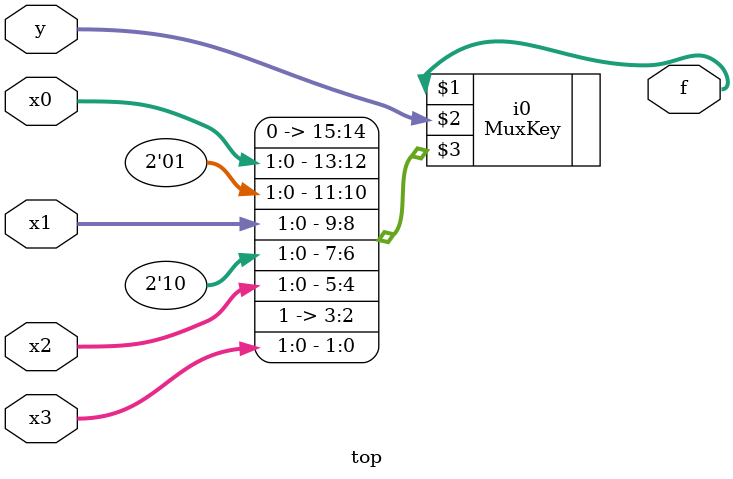
<source format=v>
module top (
    input  [1:0] y,
    input  [1:0] x0,
    input  [1:0] x1,
    input  [1:0] x2,
    input  [1:0] x3,
    output [1:0] f
);
  // NR_KEY KEY_LEN DATA_LEN
  MuxKey #(4, 2, 2) i0 (
      f,
      y,
      {2'b00, x0, 2'b01, x1, 2'b10, x2, 2'b11, x3}
  );
endmodule

</source>
